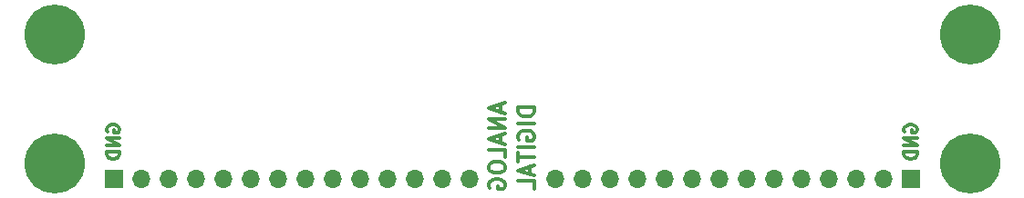
<source format=gbr>
%TF.GenerationSoftware,KiCad,Pcbnew,7.0.1*%
%TF.CreationDate,2023-08-09T15:39:39-03:00*%
%TF.ProjectId,QRE_12A,5152455f-3132-4412-9e6b-696361645f70,rev?*%
%TF.SameCoordinates,Original*%
%TF.FileFunction,Soldermask,Bot*%
%TF.FilePolarity,Negative*%
%FSLAX46Y46*%
G04 Gerber Fmt 4.6, Leading zero omitted, Abs format (unit mm)*
G04 Created by KiCad (PCBNEW 7.0.1) date 2023-08-09 15:39:39*
%MOMM*%
%LPD*%
G01*
G04 APERTURE LIST*
%ADD10C,0.300000*%
%ADD11C,3.600000*%
%ADD12C,5.600000*%
%ADD13O,1.700000X1.700000*%
%ADD14R,1.700000X1.700000*%
G04 APERTURE END LIST*
D10*
X183462285Y-111535714D02*
X183405142Y-111421429D01*
X183405142Y-111421429D02*
X183405142Y-111250000D01*
X183405142Y-111250000D02*
X183462285Y-111078571D01*
X183462285Y-111078571D02*
X183576571Y-110964286D01*
X183576571Y-110964286D02*
X183690857Y-110907143D01*
X183690857Y-110907143D02*
X183919428Y-110850000D01*
X183919428Y-110850000D02*
X184090857Y-110850000D01*
X184090857Y-110850000D02*
X184319428Y-110907143D01*
X184319428Y-110907143D02*
X184433714Y-110964286D01*
X184433714Y-110964286D02*
X184548000Y-111078571D01*
X184548000Y-111078571D02*
X184605142Y-111250000D01*
X184605142Y-111250000D02*
X184605142Y-111364286D01*
X184605142Y-111364286D02*
X184548000Y-111535714D01*
X184548000Y-111535714D02*
X184490857Y-111592857D01*
X184490857Y-111592857D02*
X184090857Y-111592857D01*
X184090857Y-111592857D02*
X184090857Y-111364286D01*
X184605142Y-112107143D02*
X183405142Y-112107143D01*
X183405142Y-112107143D02*
X184605142Y-112792857D01*
X184605142Y-112792857D02*
X183405142Y-112792857D01*
X184605142Y-113364286D02*
X183405142Y-113364286D01*
X183405142Y-113364286D02*
X183405142Y-113650000D01*
X183405142Y-113650000D02*
X183462285Y-113821429D01*
X183462285Y-113821429D02*
X183576571Y-113935714D01*
X183576571Y-113935714D02*
X183690857Y-113992857D01*
X183690857Y-113992857D02*
X183919428Y-114050000D01*
X183919428Y-114050000D02*
X184090857Y-114050000D01*
X184090857Y-114050000D02*
X184319428Y-113992857D01*
X184319428Y-113992857D02*
X184433714Y-113935714D01*
X184433714Y-113935714D02*
X184548000Y-113821429D01*
X184548000Y-113821429D02*
X184605142Y-113650000D01*
X184605142Y-113650000D02*
X184605142Y-113364286D01*
X109412285Y-111535714D02*
X109355142Y-111421429D01*
X109355142Y-111421429D02*
X109355142Y-111250000D01*
X109355142Y-111250000D02*
X109412285Y-111078571D01*
X109412285Y-111078571D02*
X109526571Y-110964286D01*
X109526571Y-110964286D02*
X109640857Y-110907143D01*
X109640857Y-110907143D02*
X109869428Y-110850000D01*
X109869428Y-110850000D02*
X110040857Y-110850000D01*
X110040857Y-110850000D02*
X110269428Y-110907143D01*
X110269428Y-110907143D02*
X110383714Y-110964286D01*
X110383714Y-110964286D02*
X110498000Y-111078571D01*
X110498000Y-111078571D02*
X110555142Y-111250000D01*
X110555142Y-111250000D02*
X110555142Y-111364286D01*
X110555142Y-111364286D02*
X110498000Y-111535714D01*
X110498000Y-111535714D02*
X110440857Y-111592857D01*
X110440857Y-111592857D02*
X110040857Y-111592857D01*
X110040857Y-111592857D02*
X110040857Y-111364286D01*
X110555142Y-112107143D02*
X109355142Y-112107143D01*
X109355142Y-112107143D02*
X110555142Y-112792857D01*
X110555142Y-112792857D02*
X109355142Y-112792857D01*
X110555142Y-113364286D02*
X109355142Y-113364286D01*
X109355142Y-113364286D02*
X109355142Y-113650000D01*
X109355142Y-113650000D02*
X109412285Y-113821429D01*
X109412285Y-113821429D02*
X109526571Y-113935714D01*
X109526571Y-113935714D02*
X109640857Y-113992857D01*
X109640857Y-113992857D02*
X109869428Y-114050000D01*
X109869428Y-114050000D02*
X110040857Y-114050000D01*
X110040857Y-114050000D02*
X110269428Y-113992857D01*
X110269428Y-113992857D02*
X110383714Y-113935714D01*
X110383714Y-113935714D02*
X110498000Y-113821429D01*
X110498000Y-113821429D02*
X110555142Y-113650000D01*
X110555142Y-113650000D02*
X110555142Y-113364286D01*
X149073928Y-109251428D02*
X147573928Y-109251428D01*
X147573928Y-109251428D02*
X147573928Y-109608571D01*
X147573928Y-109608571D02*
X147645357Y-109822857D01*
X147645357Y-109822857D02*
X147788214Y-109965714D01*
X147788214Y-109965714D02*
X147931071Y-110037143D01*
X147931071Y-110037143D02*
X148216785Y-110108571D01*
X148216785Y-110108571D02*
X148431071Y-110108571D01*
X148431071Y-110108571D02*
X148716785Y-110037143D01*
X148716785Y-110037143D02*
X148859642Y-109965714D01*
X148859642Y-109965714D02*
X149002500Y-109822857D01*
X149002500Y-109822857D02*
X149073928Y-109608571D01*
X149073928Y-109608571D02*
X149073928Y-109251428D01*
X149073928Y-110751428D02*
X147573928Y-110751428D01*
X147645357Y-112251429D02*
X147573928Y-112108572D01*
X147573928Y-112108572D02*
X147573928Y-111894286D01*
X147573928Y-111894286D02*
X147645357Y-111680000D01*
X147645357Y-111680000D02*
X147788214Y-111537143D01*
X147788214Y-111537143D02*
X147931071Y-111465714D01*
X147931071Y-111465714D02*
X148216785Y-111394286D01*
X148216785Y-111394286D02*
X148431071Y-111394286D01*
X148431071Y-111394286D02*
X148716785Y-111465714D01*
X148716785Y-111465714D02*
X148859642Y-111537143D01*
X148859642Y-111537143D02*
X149002500Y-111680000D01*
X149002500Y-111680000D02*
X149073928Y-111894286D01*
X149073928Y-111894286D02*
X149073928Y-112037143D01*
X149073928Y-112037143D02*
X149002500Y-112251429D01*
X149002500Y-112251429D02*
X148931071Y-112322857D01*
X148931071Y-112322857D02*
X148431071Y-112322857D01*
X148431071Y-112322857D02*
X148431071Y-112037143D01*
X149073928Y-112965714D02*
X147573928Y-112965714D01*
X147573928Y-113465715D02*
X147573928Y-114322858D01*
X149073928Y-113894286D02*
X147573928Y-113894286D01*
X148645357Y-114751429D02*
X148645357Y-115465715D01*
X149073928Y-114608572D02*
X147573928Y-115108572D01*
X147573928Y-115108572D02*
X149073928Y-115608572D01*
X149073928Y-116822857D02*
X149073928Y-116108571D01*
X149073928Y-116108571D02*
X147573928Y-116108571D01*
X145935357Y-108981428D02*
X145935357Y-109695714D01*
X146363928Y-108838571D02*
X144863928Y-109338571D01*
X144863928Y-109338571D02*
X146363928Y-109838571D01*
X146363928Y-110338570D02*
X144863928Y-110338570D01*
X144863928Y-110338570D02*
X146363928Y-111195713D01*
X146363928Y-111195713D02*
X144863928Y-111195713D01*
X145935357Y-111838571D02*
X145935357Y-112552857D01*
X146363928Y-111695714D02*
X144863928Y-112195714D01*
X144863928Y-112195714D02*
X146363928Y-112695714D01*
X146363928Y-113909999D02*
X146363928Y-113195713D01*
X146363928Y-113195713D02*
X144863928Y-113195713D01*
X144863928Y-114695714D02*
X144863928Y-114981428D01*
X144863928Y-114981428D02*
X144935357Y-115124285D01*
X144935357Y-115124285D02*
X145078214Y-115267142D01*
X145078214Y-115267142D02*
X145363928Y-115338571D01*
X145363928Y-115338571D02*
X145863928Y-115338571D01*
X145863928Y-115338571D02*
X146149642Y-115267142D01*
X146149642Y-115267142D02*
X146292500Y-115124285D01*
X146292500Y-115124285D02*
X146363928Y-114981428D01*
X146363928Y-114981428D02*
X146363928Y-114695714D01*
X146363928Y-114695714D02*
X146292500Y-114552857D01*
X146292500Y-114552857D02*
X146149642Y-114409999D01*
X146149642Y-114409999D02*
X145863928Y-114338571D01*
X145863928Y-114338571D02*
X145363928Y-114338571D01*
X145363928Y-114338571D02*
X145078214Y-114409999D01*
X145078214Y-114409999D02*
X144935357Y-114552857D01*
X144935357Y-114552857D02*
X144863928Y-114695714D01*
X144935357Y-116767143D02*
X144863928Y-116624286D01*
X144863928Y-116624286D02*
X144863928Y-116410000D01*
X144863928Y-116410000D02*
X144935357Y-116195714D01*
X144935357Y-116195714D02*
X145078214Y-116052857D01*
X145078214Y-116052857D02*
X145221071Y-115981428D01*
X145221071Y-115981428D02*
X145506785Y-115910000D01*
X145506785Y-115910000D02*
X145721071Y-115910000D01*
X145721071Y-115910000D02*
X146006785Y-115981428D01*
X146006785Y-115981428D02*
X146149642Y-116052857D01*
X146149642Y-116052857D02*
X146292500Y-116195714D01*
X146292500Y-116195714D02*
X146363928Y-116410000D01*
X146363928Y-116410000D02*
X146363928Y-116552857D01*
X146363928Y-116552857D02*
X146292500Y-116767143D01*
X146292500Y-116767143D02*
X146221071Y-116838571D01*
X146221071Y-116838571D02*
X145721071Y-116838571D01*
X145721071Y-116838571D02*
X145721071Y-116552857D01*
D11*
%TO.C,REF\u002A\u002A*%
X189525000Y-114450000D03*
D12*
X189525000Y-114450000D03*
%TD*%
D11*
%TO.C,REF\u002A\u002A*%
X189525000Y-102450000D03*
D12*
X189525000Y-102450000D03*
%TD*%
D11*
%TO.C,REF\u002A\u002A*%
X104525000Y-102450000D03*
D12*
X104525000Y-102450000D03*
%TD*%
D13*
%TO.C,J1*%
X143025000Y-115950000D03*
X140485000Y-115950000D03*
X137945000Y-115950000D03*
X135405000Y-115950000D03*
X132865000Y-115950000D03*
X130325000Y-115950000D03*
X127785000Y-115950000D03*
X125245000Y-115950000D03*
X122705000Y-115950000D03*
X120165000Y-115950000D03*
X117625000Y-115950000D03*
X115085000Y-115950000D03*
X112545000Y-115950000D03*
D14*
X110005000Y-115950000D03*
%TD*%
D11*
%TO.C,REF\u002A\u002A*%
X104525000Y-114450000D03*
D12*
X104525000Y-114450000D03*
%TD*%
D13*
%TO.C,J2*%
X151025000Y-115950000D03*
X153565000Y-115950000D03*
X156105000Y-115950000D03*
X158645000Y-115950000D03*
X161185000Y-115950000D03*
X163725000Y-115950000D03*
X166265000Y-115950000D03*
X168805000Y-115950000D03*
X171345000Y-115950000D03*
X173885000Y-115950000D03*
X176425000Y-115950000D03*
X178965000Y-115950000D03*
X181505000Y-115950000D03*
D14*
X184045000Y-115950000D03*
%TD*%
M02*

</source>
